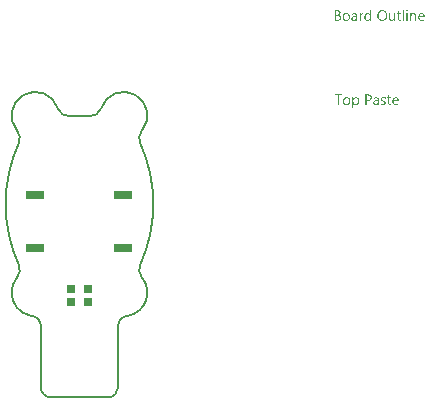
<source format=gtp>
G04*
G04 #@! TF.GenerationSoftware,Altium Limited,Altium Designer,21.9.2 (33)*
G04*
G04 Layer_Color=8421504*
%FSAX25Y25*%
%MOIN*%
G70*
G04*
G04 #@! TF.SameCoordinates,55729F2E-D9A4-4FFF-85C7-0234479D7BD1*
G04*
G04*
G04 #@! TF.FilePolarity,Positive*
G04*
G01*
G75*
%ADD11C,0.00787*%
%ADD14R,0.06299X0.02756*%
%ADD15R,0.03150X0.02559*%
G36*
X0109248Y0064744D02*
X0109273D01*
X0109329Y0064719D01*
X0109360Y0064701D01*
X0109391Y0064676D01*
X0109397Y0064670D01*
X0109403Y0064663D01*
X0109434Y0064626D01*
X0109459Y0064564D01*
X0109465Y0064527D01*
X0109471Y0064490D01*
Y0064484D01*
Y0064472D01*
X0109465Y0064453D01*
X0109459Y0064428D01*
X0109440Y0064366D01*
X0109416Y0064335D01*
X0109391Y0064304D01*
X0109385D01*
X0109378Y0064292D01*
X0109341Y0064267D01*
X0109286Y0064242D01*
X0109248Y0064236D01*
X0109211Y0064230D01*
X0109193D01*
X0109174Y0064236D01*
X0109149D01*
X0109088Y0064261D01*
X0109057Y0064273D01*
X0109026Y0064298D01*
Y0064304D01*
X0109013Y0064310D01*
X0109001Y0064329D01*
X0108988Y0064348D01*
X0108964Y0064410D01*
X0108958Y0064447D01*
X0108951Y0064490D01*
Y0064496D01*
Y0064509D01*
X0108958Y0064527D01*
X0108964Y0064558D01*
X0108982Y0064614D01*
X0109001Y0064645D01*
X0109026Y0064676D01*
X0109032Y0064682D01*
X0109038Y0064688D01*
X0109075Y0064713D01*
X0109137Y0064738D01*
X0109174Y0064750D01*
X0109230D01*
X0109248Y0064744D01*
D02*
G37*
G36*
X0097258Y0061079D02*
X0096856D01*
Y0061500D01*
X0096844D01*
Y0061494D01*
X0096831Y0061482D01*
X0096813Y0061457D01*
X0096794Y0061426D01*
X0096763Y0061389D01*
X0096726Y0061352D01*
X0096683Y0061308D01*
X0096633Y0061265D01*
X0096578Y0061216D01*
X0096509Y0061172D01*
X0096441Y0061135D01*
X0096361Y0061098D01*
X0096280Y0061067D01*
X0096188Y0061042D01*
X0096088Y0061030D01*
X0095983Y0061024D01*
X0095940D01*
X0095903Y0061030D01*
X0095866Y0061036D01*
X0095816Y0061042D01*
X0095711Y0061067D01*
X0095587Y0061104D01*
X0095463Y0061166D01*
X0095395Y0061203D01*
X0095340Y0061247D01*
X0095278Y0061302D01*
X0095222Y0061358D01*
Y0061364D01*
X0095209Y0061377D01*
X0095197Y0061395D01*
X0095179Y0061420D01*
X0095160Y0061451D01*
X0095135Y0061494D01*
X0095110Y0061544D01*
X0095086Y0061599D01*
X0095055Y0061661D01*
X0095030Y0061729D01*
X0095005Y0061804D01*
X0094987Y0061884D01*
X0094968Y0061971D01*
X0094956Y0062070D01*
X0094950Y0062169D01*
X0094943Y0062274D01*
Y0062280D01*
Y0062299D01*
Y0062336D01*
X0094950Y0062379D01*
X0094956Y0062429D01*
X0094962Y0062491D01*
X0094968Y0062559D01*
X0094981Y0062633D01*
X0095018Y0062794D01*
X0095073Y0062961D01*
X0095110Y0063042D01*
X0095154Y0063122D01*
X0095197Y0063196D01*
X0095253Y0063271D01*
X0095259Y0063277D01*
X0095265Y0063289D01*
X0095284Y0063308D01*
X0095309Y0063332D01*
X0095340Y0063357D01*
X0095383Y0063388D01*
X0095426Y0063425D01*
X0095476Y0063463D01*
X0095600Y0063531D01*
X0095742Y0063592D01*
X0095822Y0063611D01*
X0095909Y0063630D01*
X0095996Y0063642D01*
X0096095Y0063648D01*
X0096144D01*
X0096181Y0063642D01*
X0096219Y0063636D01*
X0096268Y0063630D01*
X0096379Y0063599D01*
X0096503Y0063549D01*
X0096565Y0063518D01*
X0096627Y0063475D01*
X0096689Y0063432D01*
X0096745Y0063376D01*
X0096794Y0063314D01*
X0096844Y0063240D01*
X0096856D01*
Y0064799D01*
X0097258D01*
Y0061079D01*
D02*
G37*
G36*
X0111526Y0063642D02*
X0111601Y0063636D01*
X0111694Y0063617D01*
X0111793Y0063586D01*
X0111898Y0063537D01*
X0112003Y0063469D01*
X0112046Y0063432D01*
X0112090Y0063382D01*
X0112102Y0063370D01*
X0112127Y0063332D01*
X0112158Y0063271D01*
X0112201Y0063184D01*
X0112238Y0063079D01*
X0112275Y0062949D01*
X0112300Y0062794D01*
X0112306Y0062615D01*
Y0061079D01*
X0111904D01*
Y0062509D01*
Y0062515D01*
Y0062546D01*
X0111898Y0062584D01*
Y0062633D01*
X0111885Y0062695D01*
X0111873Y0062763D01*
X0111854Y0062837D01*
X0111830Y0062912D01*
X0111799Y0062986D01*
X0111762Y0063054D01*
X0111712Y0063122D01*
X0111656Y0063184D01*
X0111594Y0063234D01*
X0111514Y0063271D01*
X0111427Y0063302D01*
X0111322Y0063308D01*
X0111310D01*
X0111273Y0063302D01*
X0111217Y0063295D01*
X0111149Y0063277D01*
X0111068Y0063252D01*
X0110982Y0063209D01*
X0110901Y0063153D01*
X0110821Y0063079D01*
X0110814Y0063066D01*
X0110790Y0063042D01*
X0110759Y0062992D01*
X0110722Y0062924D01*
X0110685Y0062844D01*
X0110654Y0062744D01*
X0110629Y0062633D01*
X0110623Y0062509D01*
Y0061079D01*
X0110220D01*
Y0063592D01*
X0110623D01*
Y0063172D01*
X0110635D01*
X0110641Y0063178D01*
X0110647Y0063190D01*
X0110666Y0063215D01*
X0110691Y0063246D01*
X0110715Y0063283D01*
X0110753Y0063320D01*
X0110796Y0063363D01*
X0110845Y0063413D01*
X0110901Y0063456D01*
X0110963Y0063500D01*
X0111031Y0063537D01*
X0111106Y0063574D01*
X0111180Y0063605D01*
X0111266Y0063630D01*
X0111359Y0063642D01*
X0111458Y0063648D01*
X0111495D01*
X0111526Y0063642D01*
D02*
G37*
G36*
X0094529Y0063630D02*
X0094603Y0063623D01*
X0094646Y0063611D01*
X0094677Y0063599D01*
Y0063184D01*
X0094671Y0063190D01*
X0094659Y0063196D01*
X0094634Y0063209D01*
X0094603Y0063227D01*
X0094560Y0063240D01*
X0094504Y0063252D01*
X0094442Y0063258D01*
X0094374Y0063264D01*
X0094362D01*
X0094331Y0063258D01*
X0094281Y0063252D01*
X0094225Y0063234D01*
X0094151Y0063203D01*
X0094083Y0063159D01*
X0094009Y0063097D01*
X0093941Y0063017D01*
X0093934Y0063004D01*
X0093916Y0062973D01*
X0093885Y0062918D01*
X0093854Y0062844D01*
X0093823Y0062751D01*
X0093792Y0062633D01*
X0093774Y0062503D01*
X0093767Y0062354D01*
Y0061079D01*
X0093365D01*
Y0063592D01*
X0093767D01*
Y0063073D01*
X0093780D01*
Y0063079D01*
X0093786Y0063085D01*
X0093798Y0063116D01*
X0093817Y0063165D01*
X0093848Y0063227D01*
X0093879Y0063289D01*
X0093928Y0063357D01*
X0093978Y0063425D01*
X0094040Y0063487D01*
X0094046Y0063493D01*
X0094071Y0063512D01*
X0094108Y0063537D01*
X0094157Y0063561D01*
X0094213Y0063586D01*
X0094281Y0063611D01*
X0094355Y0063630D01*
X0094436Y0063636D01*
X0094491D01*
X0094529Y0063630D01*
D02*
G37*
G36*
X0105268Y0061079D02*
X0104866D01*
Y0061475D01*
X0104854D01*
Y0061469D01*
X0104841Y0061457D01*
X0104829Y0061432D01*
X0104804Y0061407D01*
X0104748Y0061333D01*
X0104662Y0061253D01*
X0104612Y0061209D01*
X0104556Y0061166D01*
X0104495Y0061129D01*
X0104420Y0061092D01*
X0104346Y0061067D01*
X0104265Y0061042D01*
X0104173Y0061030D01*
X0104080Y0061024D01*
X0104043D01*
X0103999Y0061030D01*
X0103937Y0061042D01*
X0103869Y0061055D01*
X0103795Y0061079D01*
X0103715Y0061110D01*
X0103634Y0061160D01*
X0103548Y0061216D01*
X0103467Y0061284D01*
X0103393Y0061370D01*
X0103325Y0061475D01*
X0103263Y0061593D01*
X0103219Y0061735D01*
X0103195Y0061903D01*
X0103182Y0061989D01*
Y0062088D01*
Y0063592D01*
X0103578D01*
Y0062150D01*
Y0062144D01*
Y0062119D01*
X0103585Y0062076D01*
X0103591Y0062026D01*
X0103597Y0061964D01*
X0103609Y0061903D01*
X0103628Y0061828D01*
X0103653Y0061754D01*
X0103690Y0061680D01*
X0103727Y0061612D01*
X0103777Y0061544D01*
X0103838Y0061482D01*
X0103907Y0061432D01*
X0103987Y0061395D01*
X0104086Y0061364D01*
X0104191Y0061358D01*
X0104204D01*
X0104241Y0061364D01*
X0104297Y0061370D01*
X0104358Y0061383D01*
X0104439Y0061414D01*
X0104519Y0061451D01*
X0104600Y0061500D01*
X0104674Y0061575D01*
X0104680Y0061587D01*
X0104705Y0061612D01*
X0104736Y0061661D01*
X0104773Y0061729D01*
X0104804Y0061810D01*
X0104835Y0061909D01*
X0104860Y0062020D01*
X0104866Y0062144D01*
Y0063592D01*
X0105268D01*
Y0061079D01*
D02*
G37*
G36*
X0109403D02*
X0109001D01*
Y0063592D01*
X0109403D01*
Y0061079D01*
D02*
G37*
G36*
X0108184D02*
X0107781D01*
Y0064799D01*
X0108184D01*
Y0061079D01*
D02*
G37*
G36*
X0091805Y0063642D02*
X0091861Y0063636D01*
X0091929Y0063617D01*
X0092003Y0063599D01*
X0092084Y0063568D01*
X0092170Y0063531D01*
X0092251Y0063481D01*
X0092331Y0063419D01*
X0092405Y0063345D01*
X0092474Y0063252D01*
X0092529Y0063147D01*
X0092573Y0063023D01*
X0092597Y0062881D01*
X0092610Y0062713D01*
Y0061079D01*
X0092207D01*
Y0061469D01*
X0092195D01*
Y0061463D01*
X0092183Y0061451D01*
X0092170Y0061426D01*
X0092146Y0061401D01*
X0092084Y0061327D01*
X0092003Y0061247D01*
X0091892Y0061166D01*
X0091762Y0061092D01*
X0091681Y0061067D01*
X0091601Y0061042D01*
X0091514Y0061030D01*
X0091421Y0061024D01*
X0091384D01*
X0091359Y0061030D01*
X0091291Y0061036D01*
X0091211Y0061048D01*
X0091112Y0061073D01*
X0091019Y0061104D01*
X0090920Y0061154D01*
X0090833Y0061216D01*
X0090827Y0061228D01*
X0090802Y0061253D01*
X0090765Y0061296D01*
X0090728Y0061358D01*
X0090691Y0061432D01*
X0090654Y0061519D01*
X0090629Y0061624D01*
X0090623Y0061742D01*
Y0061748D01*
Y0061773D01*
X0090629Y0061810D01*
X0090635Y0061853D01*
X0090648Y0061909D01*
X0090666Y0061971D01*
X0090691Y0062039D01*
X0090728Y0062107D01*
X0090771Y0062181D01*
X0090827Y0062255D01*
X0090895Y0062323D01*
X0090976Y0062385D01*
X0091068Y0062447D01*
X0091180Y0062497D01*
X0091304Y0062534D01*
X0091452Y0062565D01*
X0092207Y0062670D01*
Y0062676D01*
Y0062695D01*
X0092201Y0062732D01*
Y0062769D01*
X0092189Y0062819D01*
X0092183Y0062875D01*
X0092146Y0062992D01*
X0092115Y0063048D01*
X0092084Y0063103D01*
X0092040Y0063159D01*
X0091991Y0063209D01*
X0091929Y0063252D01*
X0091861Y0063283D01*
X0091780Y0063302D01*
X0091687Y0063308D01*
X0091644D01*
X0091613Y0063302D01*
X0091570D01*
X0091527Y0063289D01*
X0091415Y0063271D01*
X0091291Y0063234D01*
X0091155Y0063178D01*
X0091081Y0063141D01*
X0091013Y0063103D01*
X0090938Y0063054D01*
X0090870Y0062998D01*
Y0063413D01*
X0090877D01*
X0090889Y0063425D01*
X0090908Y0063438D01*
X0090938Y0063450D01*
X0090969Y0063469D01*
X0091013Y0063487D01*
X0091062Y0063506D01*
X0091118Y0063531D01*
X0091242Y0063574D01*
X0091390Y0063611D01*
X0091551Y0063636D01*
X0091725Y0063648D01*
X0091762D01*
X0091805Y0063642D01*
D02*
G37*
G36*
X0086116Y0064589D02*
X0086160D01*
X0086203Y0064583D01*
X0086302Y0064570D01*
X0086420Y0064540D01*
X0086544Y0064502D01*
X0086661Y0064447D01*
X0086766Y0064372D01*
X0086773D01*
X0086779Y0064360D01*
X0086810Y0064335D01*
X0086853Y0064286D01*
X0086903Y0064218D01*
X0086946Y0064131D01*
X0086989Y0064032D01*
X0087020Y0063921D01*
X0087033Y0063859D01*
Y0063791D01*
Y0063784D01*
Y0063778D01*
Y0063741D01*
X0087026Y0063685D01*
X0087014Y0063617D01*
X0086995Y0063531D01*
X0086964Y0063444D01*
X0086927Y0063357D01*
X0086872Y0063271D01*
X0086865Y0063258D01*
X0086841Y0063234D01*
X0086804Y0063196D01*
X0086754Y0063147D01*
X0086692Y0063097D01*
X0086618Y0063042D01*
X0086525Y0062998D01*
X0086426Y0062955D01*
Y0062949D01*
X0086444D01*
X0086463Y0062942D01*
X0086482Y0062936D01*
X0086550Y0062924D01*
X0086630Y0062899D01*
X0086717Y0062862D01*
X0086810Y0062819D01*
X0086903Y0062757D01*
X0086989Y0062676D01*
X0087002Y0062664D01*
X0087026Y0062633D01*
X0087057Y0062590D01*
X0087101Y0062522D01*
X0087138Y0062435D01*
X0087175Y0062336D01*
X0087200Y0062218D01*
X0087206Y0062088D01*
Y0062082D01*
Y0062070D01*
Y0062045D01*
X0087200Y0062014D01*
X0087194Y0061977D01*
X0087187Y0061934D01*
X0087163Y0061828D01*
X0087125Y0061711D01*
X0087070Y0061587D01*
X0087033Y0061531D01*
X0086989Y0061469D01*
X0086933Y0061414D01*
X0086878Y0061358D01*
X0086872D01*
X0086865Y0061345D01*
X0086847Y0061333D01*
X0086822Y0061315D01*
X0086791Y0061296D01*
X0086748Y0061271D01*
X0086655Y0061222D01*
X0086537Y0061166D01*
X0086401Y0061123D01*
X0086240Y0061092D01*
X0086160Y0061085D01*
X0086067Y0061079D01*
X0085039D01*
Y0064595D01*
X0086085D01*
X0086116Y0064589D01*
D02*
G37*
G36*
X0106612Y0063592D02*
X0107249D01*
Y0063246D01*
X0106612D01*
Y0061828D01*
Y0061816D01*
Y0061785D01*
X0106618Y0061742D01*
X0106624Y0061686D01*
X0106649Y0061568D01*
X0106667Y0061513D01*
X0106698Y0061469D01*
X0106704Y0061463D01*
X0106717Y0061451D01*
X0106735Y0061438D01*
X0106766Y0061420D01*
X0106803Y0061395D01*
X0106853Y0061383D01*
X0106915Y0061370D01*
X0106983Y0061364D01*
X0107008D01*
X0107039Y0061370D01*
X0107076Y0061377D01*
X0107162Y0061401D01*
X0107206Y0061420D01*
X0107249Y0061445D01*
Y0061098D01*
X0107243D01*
X0107224Y0061085D01*
X0107193Y0061079D01*
X0107150Y0061067D01*
X0107094Y0061055D01*
X0107032Y0061042D01*
X0106958Y0061036D01*
X0106871Y0061030D01*
X0106841D01*
X0106810Y0061036D01*
X0106766Y0061042D01*
X0106717Y0061055D01*
X0106661Y0061067D01*
X0106605Y0061092D01*
X0106543Y0061123D01*
X0106482Y0061160D01*
X0106420Y0061209D01*
X0106364Y0061265D01*
X0106314Y0061339D01*
X0106271Y0061420D01*
X0106240Y0061519D01*
X0106215Y0061630D01*
X0106209Y0061760D01*
Y0063246D01*
X0105782D01*
Y0063592D01*
X0106209D01*
Y0064205D01*
X0106612Y0064335D01*
Y0063592D01*
D02*
G37*
G36*
X0114139Y0063642D02*
X0114182Y0063636D01*
X0114225Y0063630D01*
X0114337Y0063611D01*
X0114460Y0063568D01*
X0114584Y0063512D01*
X0114646Y0063475D01*
X0114708Y0063432D01*
X0114764Y0063382D01*
X0114820Y0063326D01*
X0114826Y0063320D01*
X0114832Y0063314D01*
X0114844Y0063295D01*
X0114863Y0063271D01*
X0114881Y0063234D01*
X0114906Y0063196D01*
X0114931Y0063153D01*
X0114956Y0063097D01*
X0114980Y0063035D01*
X0115005Y0062973D01*
X0115030Y0062899D01*
X0115049Y0062819D01*
X0115067Y0062732D01*
X0115079Y0062645D01*
X0115092Y0062546D01*
Y0062441D01*
Y0062231D01*
X0113315D01*
Y0062225D01*
Y0062212D01*
Y0062194D01*
X0113321Y0062163D01*
X0113328Y0062125D01*
Y0062088D01*
X0113346Y0061989D01*
X0113377Y0061890D01*
X0113414Y0061779D01*
X0113470Y0061674D01*
X0113538Y0061581D01*
X0113550Y0061568D01*
X0113575Y0061544D01*
X0113625Y0061513D01*
X0113693Y0061469D01*
X0113779Y0061426D01*
X0113879Y0061395D01*
X0113996Y0061370D01*
X0114132Y0061358D01*
X0114176D01*
X0114207Y0061364D01*
X0114244D01*
X0114287Y0061370D01*
X0114392Y0061395D01*
X0114510Y0061426D01*
X0114640Y0061475D01*
X0114776Y0061544D01*
X0114844Y0061587D01*
X0114912Y0061637D01*
Y0061259D01*
X0114906D01*
X0114900Y0061247D01*
X0114881Y0061240D01*
X0114850Y0061222D01*
X0114820Y0061203D01*
X0114782Y0061185D01*
X0114733Y0061166D01*
X0114683Y0061141D01*
X0114621Y0061116D01*
X0114553Y0061098D01*
X0114405Y0061061D01*
X0114231Y0061036D01*
X0114040Y0061024D01*
X0113990D01*
X0113953Y0061030D01*
X0113909Y0061036D01*
X0113854Y0061042D01*
X0113736Y0061067D01*
X0113600Y0061104D01*
X0113464Y0061166D01*
X0113396Y0061209D01*
X0113328Y0061253D01*
X0113266Y0061302D01*
X0113204Y0061364D01*
X0113198Y0061370D01*
X0113191Y0061383D01*
X0113179Y0061401D01*
X0113154Y0061426D01*
X0113136Y0061463D01*
X0113111Y0061506D01*
X0113080Y0061556D01*
X0113055Y0061612D01*
X0113024Y0061674D01*
X0113000Y0061748D01*
X0112969Y0061828D01*
X0112950Y0061915D01*
X0112932Y0062008D01*
X0112913Y0062107D01*
X0112907Y0062212D01*
X0112901Y0062323D01*
Y0062330D01*
Y0062348D01*
Y0062379D01*
X0112907Y0062423D01*
X0112913Y0062472D01*
X0112919Y0062528D01*
X0112925Y0062596D01*
X0112944Y0062664D01*
X0112981Y0062813D01*
X0113037Y0062973D01*
X0113074Y0063054D01*
X0113123Y0063128D01*
X0113173Y0063209D01*
X0113229Y0063277D01*
X0113235Y0063283D01*
X0113247Y0063295D01*
X0113266Y0063314D01*
X0113291Y0063332D01*
X0113321Y0063363D01*
X0113359Y0063394D01*
X0113408Y0063425D01*
X0113458Y0063463D01*
X0113575Y0063531D01*
X0113718Y0063592D01*
X0113798Y0063611D01*
X0113879Y0063630D01*
X0113965Y0063642D01*
X0114058Y0063648D01*
X0114108D01*
X0114139Y0063642D01*
D02*
G37*
G36*
X0101096Y0064651D02*
X0101158Y0064645D01*
X0101232Y0064632D01*
X0101313Y0064614D01*
X0101400Y0064595D01*
X0101486Y0064570D01*
X0101585Y0064540D01*
X0101678Y0064496D01*
X0101777Y0064447D01*
X0101876Y0064391D01*
X0101969Y0064323D01*
X0102062Y0064249D01*
X0102148Y0064162D01*
X0102155Y0064156D01*
X0102167Y0064137D01*
X0102192Y0064113D01*
X0102217Y0064075D01*
X0102254Y0064026D01*
X0102291Y0063964D01*
X0102328Y0063896D01*
X0102371Y0063822D01*
X0102415Y0063729D01*
X0102452Y0063636D01*
X0102489Y0063531D01*
X0102526Y0063413D01*
X0102551Y0063295D01*
X0102576Y0063165D01*
X0102588Y0063023D01*
X0102594Y0062881D01*
Y0062868D01*
Y0062844D01*
Y0062800D01*
X0102588Y0062738D01*
X0102582Y0062664D01*
X0102569Y0062584D01*
X0102557Y0062491D01*
X0102539Y0062385D01*
X0102514Y0062280D01*
X0102483Y0062169D01*
X0102446Y0062057D01*
X0102402Y0061946D01*
X0102347Y0061828D01*
X0102285Y0061723D01*
X0102217Y0061618D01*
X0102136Y0061519D01*
X0102130Y0061513D01*
X0102118Y0061500D01*
X0102087Y0061475D01*
X0102056Y0061445D01*
X0102006Y0061401D01*
X0101951Y0061364D01*
X0101889Y0061315D01*
X0101814Y0061271D01*
X0101734Y0061228D01*
X0101641Y0061178D01*
X0101542Y0061141D01*
X0101430Y0061104D01*
X0101313Y0061067D01*
X0101189Y0061042D01*
X0101059Y0061030D01*
X0100917Y0061024D01*
X0100886D01*
X0100842Y0061030D01*
X0100793D01*
X0100731Y0061036D01*
X0100657Y0061048D01*
X0100576Y0061067D01*
X0100483Y0061085D01*
X0100391Y0061110D01*
X0100292Y0061141D01*
X0100192Y0061185D01*
X0100093Y0061228D01*
X0099994Y0061284D01*
X0099895Y0061352D01*
X0099803Y0061426D01*
X0099716Y0061513D01*
X0099710Y0061519D01*
X0099697Y0061537D01*
X0099673Y0061562D01*
X0099648Y0061599D01*
X0099611Y0061649D01*
X0099573Y0061711D01*
X0099536Y0061779D01*
X0099493Y0061859D01*
X0099450Y0061946D01*
X0099413Y0062039D01*
X0099375Y0062144D01*
X0099338Y0062262D01*
X0099313Y0062379D01*
X0099289Y0062509D01*
X0099276Y0062652D01*
X0099270Y0062794D01*
Y0062806D01*
Y0062831D01*
X0099276Y0062875D01*
Y0062936D01*
X0099283Y0063004D01*
X0099295Y0063091D01*
X0099307Y0063184D01*
X0099326Y0063283D01*
X0099351Y0063388D01*
X0099382Y0063500D01*
X0099419Y0063611D01*
X0099462Y0063722D01*
X0099518Y0063834D01*
X0099580Y0063945D01*
X0099648Y0064051D01*
X0099728Y0064150D01*
X0099734Y0064156D01*
X0099747Y0064174D01*
X0099778Y0064199D01*
X0099815Y0064230D01*
X0099858Y0064267D01*
X0099914Y0064310D01*
X0099982Y0064354D01*
X0100056Y0064403D01*
X0100143Y0064453D01*
X0100236Y0064496D01*
X0100335Y0064540D01*
X0100446Y0064577D01*
X0100570Y0064608D01*
X0100700Y0064639D01*
X0100836Y0064651D01*
X0100979Y0064657D01*
X0101047D01*
X0101096Y0064651D01*
D02*
G37*
G36*
X0089069Y0063642D02*
X0089112Y0063636D01*
X0089168Y0063630D01*
X0089292Y0063605D01*
X0089434Y0063561D01*
X0089577Y0063500D01*
X0089651Y0063463D01*
X0089719Y0063419D01*
X0089787Y0063363D01*
X0089849Y0063302D01*
X0089855Y0063295D01*
X0089861Y0063283D01*
X0089880Y0063264D01*
X0089899Y0063240D01*
X0089923Y0063203D01*
X0089948Y0063159D01*
X0089979Y0063110D01*
X0090010Y0063054D01*
X0090035Y0062986D01*
X0090066Y0062918D01*
X0090090Y0062837D01*
X0090115Y0062751D01*
X0090134Y0062658D01*
X0090152Y0062559D01*
X0090158Y0062454D01*
X0090165Y0062342D01*
Y0062336D01*
Y0062317D01*
Y0062286D01*
X0090158Y0062243D01*
X0090152Y0062194D01*
X0090146Y0062132D01*
X0090134Y0062070D01*
X0090121Y0061996D01*
X0090084Y0061847D01*
X0090022Y0061686D01*
X0089985Y0061606D01*
X0089936Y0061525D01*
X0089886Y0061451D01*
X0089824Y0061383D01*
X0089818Y0061377D01*
X0089806Y0061370D01*
X0089787Y0061352D01*
X0089762Y0061327D01*
X0089725Y0061302D01*
X0089688Y0061271D01*
X0089639Y0061234D01*
X0089583Y0061203D01*
X0089521Y0061172D01*
X0089453Y0061135D01*
X0089379Y0061104D01*
X0089298Y0061079D01*
X0089211Y0061055D01*
X0089119Y0061042D01*
X0089020Y0061030D01*
X0088914Y0061024D01*
X0088859D01*
X0088822Y0061030D01*
X0088778Y0061036D01*
X0088722Y0061042D01*
X0088661Y0061055D01*
X0088592Y0061067D01*
X0088450Y0061110D01*
X0088301Y0061172D01*
X0088227Y0061209D01*
X0088159Y0061259D01*
X0088091Y0061308D01*
X0088023Y0061370D01*
X0088017Y0061377D01*
X0088011Y0061389D01*
X0087992Y0061407D01*
X0087973Y0061432D01*
X0087949Y0061469D01*
X0087918Y0061513D01*
X0087887Y0061562D01*
X0087862Y0061618D01*
X0087831Y0061686D01*
X0087800Y0061754D01*
X0087769Y0061828D01*
X0087744Y0061915D01*
X0087707Y0062101D01*
X0087701Y0062200D01*
X0087695Y0062305D01*
Y0062311D01*
Y0062336D01*
Y0062367D01*
X0087701Y0062410D01*
X0087707Y0062460D01*
X0087713Y0062522D01*
X0087726Y0062590D01*
X0087738Y0062664D01*
X0087775Y0062825D01*
X0087837Y0062986D01*
X0087881Y0063066D01*
X0087924Y0063147D01*
X0087973Y0063221D01*
X0088035Y0063289D01*
X0088042Y0063295D01*
X0088054Y0063308D01*
X0088073Y0063320D01*
X0088097Y0063345D01*
X0088134Y0063370D01*
X0088178Y0063401D01*
X0088227Y0063438D01*
X0088283Y0063469D01*
X0088345Y0063500D01*
X0088419Y0063537D01*
X0088493Y0063568D01*
X0088580Y0063592D01*
X0088667Y0063617D01*
X0088766Y0063636D01*
X0088871Y0063642D01*
X0088976Y0063648D01*
X0089032D01*
X0089069Y0063642D01*
D02*
G37*
G36*
X0092282Y0035604D02*
X0092325Y0035598D01*
X0092368Y0035591D01*
X0092480Y0035567D01*
X0092603Y0035530D01*
X0092727Y0035468D01*
X0092789Y0035430D01*
X0092851Y0035381D01*
X0092907Y0035331D01*
X0092963Y0035269D01*
X0092969Y0035263D01*
X0092975Y0035257D01*
X0092987Y0035232D01*
X0093006Y0035208D01*
X0093024Y0035177D01*
X0093049Y0035133D01*
X0093074Y0035084D01*
X0093099Y0035034D01*
X0093124Y0034972D01*
X0093148Y0034904D01*
X0093173Y0034830D01*
X0093192Y0034750D01*
X0093223Y0034570D01*
X0093235Y0034471D01*
Y0034366D01*
Y0034360D01*
Y0034341D01*
Y0034304D01*
X0093229Y0034261D01*
Y0034211D01*
X0093216Y0034149D01*
X0093210Y0034081D01*
X0093198Y0034007D01*
X0093161Y0033846D01*
X0093105Y0033679D01*
X0093068Y0033598D01*
X0093031Y0033518D01*
X0092981Y0033437D01*
X0092925Y0033363D01*
X0092919Y0033357D01*
X0092913Y0033344D01*
X0092895Y0033326D01*
X0092870Y0033307D01*
X0092839Y0033276D01*
X0092802Y0033245D01*
X0092758Y0033208D01*
X0092709Y0033177D01*
X0092653Y0033140D01*
X0092591Y0033103D01*
X0092443Y0033047D01*
X0092362Y0033023D01*
X0092282Y0033004D01*
X0092189Y0032992D01*
X0092090Y0032985D01*
X0092040D01*
X0092009Y0032992D01*
X0091966Y0032998D01*
X0091923Y0033010D01*
X0091811Y0033035D01*
X0091694Y0033084D01*
X0091625Y0033122D01*
X0091564Y0033159D01*
X0091502Y0033208D01*
X0091446Y0033264D01*
X0091384Y0033326D01*
X0091335Y0033400D01*
X0091322D01*
Y0031890D01*
X0090920D01*
Y0035554D01*
X0091322D01*
Y0035109D01*
X0091335D01*
X0091341Y0035115D01*
X0091347Y0035133D01*
X0091365Y0035158D01*
X0091390Y0035189D01*
X0091421Y0035226D01*
X0091458Y0035269D01*
X0091502Y0035313D01*
X0091557Y0035362D01*
X0091613Y0035406D01*
X0091675Y0035449D01*
X0091749Y0035492D01*
X0091824Y0035530D01*
X0091910Y0035567D01*
X0092003Y0035591D01*
X0092096Y0035604D01*
X0092201Y0035610D01*
X0092251D01*
X0092282Y0035604D01*
D02*
G37*
G36*
X0101554D02*
X0101635Y0035598D01*
X0101721Y0035585D01*
X0101821Y0035560D01*
X0101919Y0035536D01*
X0102018Y0035499D01*
Y0035090D01*
X0102006Y0035096D01*
X0101969Y0035121D01*
X0101913Y0035146D01*
X0101839Y0035183D01*
X0101746Y0035214D01*
X0101635Y0035245D01*
X0101511Y0035263D01*
X0101381Y0035269D01*
X0101313D01*
X0101251Y0035257D01*
X0101177Y0035245D01*
X0101171D01*
X0101164Y0035239D01*
X0101127Y0035226D01*
X0101078Y0035201D01*
X0101022Y0035171D01*
X0101010Y0035164D01*
X0100985Y0035140D01*
X0100954Y0035102D01*
X0100923Y0035059D01*
X0100917Y0035047D01*
X0100904Y0035016D01*
X0100892Y0034972D01*
X0100886Y0034917D01*
Y0034911D01*
Y0034898D01*
Y0034880D01*
X0100892Y0034861D01*
X0100904Y0034805D01*
X0100923Y0034750D01*
X0100929Y0034737D01*
X0100948Y0034712D01*
X0100985Y0034675D01*
X0101028Y0034632D01*
X0101034D01*
X0101040Y0034626D01*
X0101078Y0034601D01*
X0101127Y0034570D01*
X0101195Y0034539D01*
X0101201D01*
X0101214Y0034533D01*
X0101232Y0034527D01*
X0101263Y0034514D01*
X0101331Y0034490D01*
X0101418Y0034452D01*
X0101424D01*
X0101449Y0034440D01*
X0101480Y0034428D01*
X0101517Y0034415D01*
X0101616Y0034372D01*
X0101715Y0034322D01*
X0101721D01*
X0101740Y0034310D01*
X0101765Y0034298D01*
X0101796Y0034279D01*
X0101870Y0034230D01*
X0101944Y0034168D01*
X0101951Y0034161D01*
X0101963Y0034155D01*
X0101975Y0034137D01*
X0102000Y0034112D01*
X0102043Y0034050D01*
X0102087Y0033970D01*
Y0033963D01*
X0102093Y0033951D01*
X0102105Y0033926D01*
X0102111Y0033895D01*
X0102124Y0033858D01*
X0102130Y0033815D01*
X0102136Y0033710D01*
Y0033703D01*
Y0033679D01*
X0102130Y0033642D01*
X0102124Y0033598D01*
X0102118Y0033549D01*
X0102099Y0033493D01*
X0102080Y0033443D01*
X0102050Y0033388D01*
X0102043Y0033382D01*
X0102037Y0033363D01*
X0102018Y0033338D01*
X0101994Y0033307D01*
X0101963Y0033270D01*
X0101926Y0033233D01*
X0101833Y0033159D01*
X0101827Y0033152D01*
X0101808Y0033146D01*
X0101783Y0033128D01*
X0101740Y0033109D01*
X0101697Y0033084D01*
X0101641Y0033066D01*
X0101585Y0033047D01*
X0101517Y0033029D01*
X0101511D01*
X0101486Y0033023D01*
X0101449Y0033016D01*
X0101406Y0033010D01*
X0101344Y0032998D01*
X0101282Y0032992D01*
X0101140Y0032985D01*
X0101078D01*
X0101003Y0032992D01*
X0100910Y0033004D01*
X0100805Y0033023D01*
X0100694Y0033047D01*
X0100583Y0033078D01*
X0100471Y0033128D01*
Y0033561D01*
X0100477D01*
X0100483Y0033549D01*
X0100502Y0033536D01*
X0100527Y0033524D01*
X0100595Y0033487D01*
X0100688Y0033443D01*
X0100793Y0033394D01*
X0100917Y0033357D01*
X0101053Y0033332D01*
X0101195Y0033320D01*
X0101245D01*
X0101276Y0033326D01*
X0101362Y0033338D01*
X0101461Y0033363D01*
X0101554Y0033406D01*
X0101598Y0033437D01*
X0101641Y0033468D01*
X0101672Y0033512D01*
X0101697Y0033555D01*
X0101715Y0033611D01*
X0101721Y0033672D01*
Y0033679D01*
Y0033691D01*
Y0033710D01*
X0101715Y0033728D01*
X0101703Y0033784D01*
X0101678Y0033840D01*
Y0033846D01*
X0101672Y0033852D01*
X0101647Y0033883D01*
X0101610Y0033926D01*
X0101554Y0033963D01*
X0101548D01*
X0101542Y0033976D01*
X0101505Y0033994D01*
X0101449Y0034032D01*
X0101375Y0034062D01*
X0101369D01*
X0101356Y0034069D01*
X0101338Y0034081D01*
X0101307Y0034093D01*
X0101239Y0034118D01*
X0101152Y0034155D01*
X0101146D01*
X0101121Y0034168D01*
X0101090Y0034180D01*
X0101053Y0034192D01*
X0100954Y0034236D01*
X0100855Y0034285D01*
X0100849Y0034291D01*
X0100836Y0034298D01*
X0100812Y0034310D01*
X0100780Y0034329D01*
X0100713Y0034378D01*
X0100644Y0034434D01*
X0100638Y0034440D01*
X0100632Y0034446D01*
X0100613Y0034465D01*
X0100595Y0034490D01*
X0100551Y0034552D01*
X0100514Y0034626D01*
Y0034632D01*
X0100508Y0034644D01*
X0100502Y0034669D01*
X0100496Y0034700D01*
X0100490Y0034737D01*
X0100483Y0034780D01*
X0100477Y0034886D01*
Y0034892D01*
Y0034917D01*
X0100483Y0034948D01*
X0100490Y0034991D01*
X0100496Y0035041D01*
X0100514Y0035090D01*
X0100533Y0035146D01*
X0100558Y0035195D01*
X0100564Y0035201D01*
X0100570Y0035220D01*
X0100589Y0035245D01*
X0100613Y0035276D01*
X0100681Y0035350D01*
X0100768Y0035424D01*
X0100774Y0035430D01*
X0100793Y0035437D01*
X0100818Y0035455D01*
X0100861Y0035474D01*
X0100904Y0035499D01*
X0100954Y0035523D01*
X0101078Y0035560D01*
X0101084D01*
X0101109Y0035567D01*
X0101140Y0035579D01*
X0101189Y0035585D01*
X0101239Y0035598D01*
X0101301Y0035604D01*
X0101437Y0035610D01*
X0101492D01*
X0101554Y0035604D01*
D02*
G37*
G36*
X0099060D02*
X0099115Y0035598D01*
X0099183Y0035579D01*
X0099258Y0035560D01*
X0099338Y0035530D01*
X0099425Y0035492D01*
X0099505Y0035443D01*
X0099586Y0035381D01*
X0099660Y0035307D01*
X0099728Y0035214D01*
X0099784Y0035109D01*
X0099827Y0034985D01*
X0099852Y0034842D01*
X0099864Y0034675D01*
Y0033041D01*
X0099462D01*
Y0033431D01*
X0099450D01*
Y0033425D01*
X0099437Y0033413D01*
X0099425Y0033388D01*
X0099400Y0033363D01*
X0099338Y0033289D01*
X0099258Y0033208D01*
X0099146Y0033128D01*
X0099016Y0033053D01*
X0098936Y0033029D01*
X0098855Y0033004D01*
X0098769Y0032992D01*
X0098676Y0032985D01*
X0098639D01*
X0098614Y0032992D01*
X0098546Y0032998D01*
X0098466Y0033010D01*
X0098366Y0033035D01*
X0098274Y0033066D01*
X0098175Y0033115D01*
X0098088Y0033177D01*
X0098082Y0033190D01*
X0098057Y0033214D01*
X0098020Y0033258D01*
X0097983Y0033320D01*
X0097945Y0033394D01*
X0097908Y0033481D01*
X0097884Y0033586D01*
X0097877Y0033703D01*
Y0033710D01*
Y0033734D01*
X0097884Y0033771D01*
X0097890Y0033815D01*
X0097902Y0033871D01*
X0097921Y0033933D01*
X0097945Y0034001D01*
X0097983Y0034069D01*
X0098026Y0034143D01*
X0098082Y0034217D01*
X0098150Y0034285D01*
X0098230Y0034347D01*
X0098323Y0034409D01*
X0098435Y0034459D01*
X0098558Y0034496D01*
X0098707Y0034527D01*
X0099462Y0034632D01*
Y0034638D01*
Y0034657D01*
X0099456Y0034694D01*
Y0034731D01*
X0099444Y0034780D01*
X0099437Y0034836D01*
X0099400Y0034954D01*
X0099369Y0035010D01*
X0099338Y0035065D01*
X0099295Y0035121D01*
X0099245Y0035171D01*
X0099183Y0035214D01*
X0099115Y0035245D01*
X0099035Y0035263D01*
X0098942Y0035269D01*
X0098899D01*
X0098868Y0035263D01*
X0098825D01*
X0098781Y0035251D01*
X0098670Y0035232D01*
X0098546Y0035195D01*
X0098410Y0035140D01*
X0098335Y0035102D01*
X0098267Y0035065D01*
X0098193Y0035016D01*
X0098125Y0034960D01*
Y0035375D01*
X0098131D01*
X0098144Y0035387D01*
X0098162Y0035399D01*
X0098193Y0035412D01*
X0098224Y0035430D01*
X0098267Y0035449D01*
X0098317Y0035468D01*
X0098373Y0035492D01*
X0098496Y0035536D01*
X0098645Y0035573D01*
X0098806Y0035598D01*
X0098979Y0035610D01*
X0099016D01*
X0099060Y0035604D01*
D02*
G37*
G36*
X0096361Y0036551D02*
X0096410D01*
X0096460Y0036545D01*
X0096590Y0036520D01*
X0096726Y0036489D01*
X0096875Y0036439D01*
X0097017Y0036371D01*
X0097079Y0036328D01*
X0097141Y0036279D01*
X0097147D01*
X0097153Y0036266D01*
X0097172Y0036248D01*
X0097190Y0036229D01*
X0097240Y0036167D01*
X0097302Y0036080D01*
X0097357Y0035969D01*
X0097407Y0035839D01*
X0097444Y0035684D01*
X0097450Y0035598D01*
X0097457Y0035505D01*
Y0035499D01*
Y0035480D01*
Y0035455D01*
X0097450Y0035424D01*
X0097444Y0035381D01*
X0097438Y0035331D01*
X0097413Y0035214D01*
X0097370Y0035084D01*
X0097308Y0034948D01*
X0097271Y0034880D01*
X0097228Y0034811D01*
X0097172Y0034743D01*
X0097110Y0034681D01*
X0097104Y0034675D01*
X0097091Y0034669D01*
X0097073Y0034650D01*
X0097048Y0034632D01*
X0097011Y0034607D01*
X0096968Y0034582D01*
X0096918Y0034552D01*
X0096862Y0034527D01*
X0096800Y0034496D01*
X0096732Y0034465D01*
X0096652Y0034440D01*
X0096571Y0034415D01*
X0096386Y0034378D01*
X0096287Y0034372D01*
X0096181Y0034366D01*
X0095717D01*
Y0033041D01*
X0095302D01*
Y0036557D01*
X0096324D01*
X0096361Y0036551D01*
D02*
G37*
G36*
X0087478Y0036186D02*
X0086463D01*
Y0033041D01*
X0086054D01*
Y0036186D01*
X0085039D01*
Y0036557D01*
X0087478D01*
Y0036186D01*
D02*
G37*
G36*
X0103287Y0035554D02*
X0103925D01*
Y0035208D01*
X0103287D01*
Y0033790D01*
Y0033778D01*
Y0033747D01*
X0103294Y0033703D01*
X0103300Y0033648D01*
X0103325Y0033530D01*
X0103343Y0033474D01*
X0103374Y0033431D01*
X0103380Y0033425D01*
X0103393Y0033413D01*
X0103411Y0033400D01*
X0103442Y0033382D01*
X0103479Y0033357D01*
X0103529Y0033344D01*
X0103591Y0033332D01*
X0103659Y0033326D01*
X0103684D01*
X0103715Y0033332D01*
X0103752Y0033338D01*
X0103838Y0033363D01*
X0103882Y0033382D01*
X0103925Y0033406D01*
Y0033060D01*
X0103919D01*
X0103900Y0033047D01*
X0103869Y0033041D01*
X0103826Y0033029D01*
X0103770Y0033016D01*
X0103708Y0033004D01*
X0103634Y0032998D01*
X0103548Y0032992D01*
X0103516D01*
X0103486Y0032998D01*
X0103442Y0033004D01*
X0103393Y0033016D01*
X0103337Y0033029D01*
X0103281Y0033053D01*
X0103219Y0033084D01*
X0103157Y0033122D01*
X0103096Y0033171D01*
X0103040Y0033227D01*
X0102990Y0033301D01*
X0102947Y0033382D01*
X0102916Y0033481D01*
X0102891Y0033592D01*
X0102885Y0033722D01*
Y0035208D01*
X0102458D01*
Y0035554D01*
X0102885D01*
Y0036167D01*
X0103287Y0036297D01*
Y0035554D01*
D02*
G37*
G36*
X0105528Y0035604D02*
X0105572Y0035598D01*
X0105615Y0035591D01*
X0105726Y0035573D01*
X0105850Y0035530D01*
X0105974Y0035474D01*
X0106036Y0035437D01*
X0106098Y0035393D01*
X0106154Y0035344D01*
X0106209Y0035288D01*
X0106215Y0035282D01*
X0106222Y0035276D01*
X0106234Y0035257D01*
X0106253Y0035232D01*
X0106271Y0035195D01*
X0106296Y0035158D01*
X0106321Y0035115D01*
X0106345Y0035059D01*
X0106370Y0034997D01*
X0106395Y0034935D01*
X0106420Y0034861D01*
X0106438Y0034780D01*
X0106457Y0034694D01*
X0106469Y0034607D01*
X0106482Y0034508D01*
Y0034403D01*
Y0034192D01*
X0104705D01*
Y0034186D01*
Y0034174D01*
Y0034155D01*
X0104711Y0034124D01*
X0104717Y0034087D01*
Y0034050D01*
X0104736Y0033951D01*
X0104767Y0033852D01*
X0104804Y0033741D01*
X0104860Y0033635D01*
X0104928Y0033542D01*
X0104940Y0033530D01*
X0104965Y0033505D01*
X0105015Y0033474D01*
X0105083Y0033431D01*
X0105169Y0033388D01*
X0105268Y0033357D01*
X0105386Y0033332D01*
X0105522Y0033320D01*
X0105565D01*
X0105596Y0033326D01*
X0105633D01*
X0105677Y0033332D01*
X0105782Y0033357D01*
X0105900Y0033388D01*
X0106030Y0033437D01*
X0106166Y0033505D01*
X0106234Y0033549D01*
X0106302Y0033598D01*
Y0033221D01*
X0106296D01*
X0106290Y0033208D01*
X0106271Y0033202D01*
X0106240Y0033184D01*
X0106209Y0033165D01*
X0106172Y0033146D01*
X0106123Y0033128D01*
X0106073Y0033103D01*
X0106011Y0033078D01*
X0105943Y0033060D01*
X0105794Y0033023D01*
X0105621Y0032998D01*
X0105429Y0032985D01*
X0105380D01*
X0105343Y0032992D01*
X0105299Y0032998D01*
X0105244Y0033004D01*
X0105126Y0033029D01*
X0104990Y0033066D01*
X0104854Y0033128D01*
X0104786Y0033171D01*
X0104717Y0033214D01*
X0104656Y0033264D01*
X0104594Y0033326D01*
X0104587Y0033332D01*
X0104581Y0033344D01*
X0104569Y0033363D01*
X0104544Y0033388D01*
X0104525Y0033425D01*
X0104501Y0033468D01*
X0104470Y0033518D01*
X0104445Y0033573D01*
X0104414Y0033635D01*
X0104389Y0033710D01*
X0104358Y0033790D01*
X0104340Y0033877D01*
X0104321Y0033970D01*
X0104303Y0034069D01*
X0104297Y0034174D01*
X0104290Y0034285D01*
Y0034291D01*
Y0034310D01*
Y0034341D01*
X0104297Y0034384D01*
X0104303Y0034434D01*
X0104309Y0034490D01*
X0104315Y0034558D01*
X0104334Y0034626D01*
X0104371Y0034774D01*
X0104426Y0034935D01*
X0104464Y0035016D01*
X0104513Y0035090D01*
X0104563Y0035171D01*
X0104618Y0035239D01*
X0104624Y0035245D01*
X0104637Y0035257D01*
X0104656Y0035276D01*
X0104680Y0035294D01*
X0104711Y0035325D01*
X0104748Y0035356D01*
X0104798Y0035387D01*
X0104847Y0035424D01*
X0104965Y0035492D01*
X0105107Y0035554D01*
X0105188Y0035573D01*
X0105268Y0035591D01*
X0105355Y0035604D01*
X0105448Y0035610D01*
X0105497D01*
X0105528Y0035604D01*
D02*
G37*
G36*
X0089180D02*
X0089224Y0035598D01*
X0089280Y0035591D01*
X0089403Y0035567D01*
X0089546Y0035523D01*
X0089688Y0035461D01*
X0089762Y0035424D01*
X0089830Y0035381D01*
X0089899Y0035325D01*
X0089960Y0035263D01*
X0089967Y0035257D01*
X0089973Y0035245D01*
X0089991Y0035226D01*
X0090010Y0035201D01*
X0090035Y0035164D01*
X0090060Y0035121D01*
X0090090Y0035071D01*
X0090121Y0035016D01*
X0090146Y0034948D01*
X0090177Y0034880D01*
X0090202Y0034799D01*
X0090227Y0034712D01*
X0090245Y0034620D01*
X0090264Y0034521D01*
X0090270Y0034415D01*
X0090276Y0034304D01*
Y0034298D01*
Y0034279D01*
Y0034248D01*
X0090270Y0034205D01*
X0090264Y0034155D01*
X0090258Y0034093D01*
X0090245Y0034032D01*
X0090233Y0033957D01*
X0090196Y0033809D01*
X0090134Y0033648D01*
X0090097Y0033567D01*
X0090047Y0033487D01*
X0089998Y0033413D01*
X0089936Y0033344D01*
X0089929Y0033338D01*
X0089917Y0033332D01*
X0089899Y0033314D01*
X0089874Y0033289D01*
X0089837Y0033264D01*
X0089799Y0033233D01*
X0089750Y0033196D01*
X0089694Y0033165D01*
X0089632Y0033134D01*
X0089564Y0033097D01*
X0089490Y0033066D01*
X0089410Y0033041D01*
X0089323Y0033016D01*
X0089230Y0033004D01*
X0089131Y0032992D01*
X0089026Y0032985D01*
X0088970D01*
X0088933Y0032992D01*
X0088889Y0032998D01*
X0088834Y0033004D01*
X0088772Y0033016D01*
X0088704Y0033029D01*
X0088561Y0033072D01*
X0088413Y0033134D01*
X0088339Y0033171D01*
X0088271Y0033221D01*
X0088203Y0033270D01*
X0088134Y0033332D01*
X0088128Y0033338D01*
X0088122Y0033351D01*
X0088103Y0033369D01*
X0088085Y0033394D01*
X0088060Y0033431D01*
X0088029Y0033474D01*
X0087998Y0033524D01*
X0087973Y0033580D01*
X0087942Y0033648D01*
X0087911Y0033716D01*
X0087881Y0033790D01*
X0087856Y0033877D01*
X0087819Y0034062D01*
X0087813Y0034161D01*
X0087806Y0034267D01*
Y0034273D01*
Y0034298D01*
Y0034329D01*
X0087813Y0034372D01*
X0087819Y0034422D01*
X0087825Y0034483D01*
X0087837Y0034552D01*
X0087850Y0034626D01*
X0087887Y0034787D01*
X0087949Y0034948D01*
X0087992Y0035028D01*
X0088035Y0035109D01*
X0088085Y0035183D01*
X0088147Y0035251D01*
X0088153Y0035257D01*
X0088165Y0035269D01*
X0088184Y0035282D01*
X0088209Y0035307D01*
X0088246Y0035331D01*
X0088289Y0035362D01*
X0088339Y0035399D01*
X0088394Y0035430D01*
X0088456Y0035461D01*
X0088530Y0035499D01*
X0088605Y0035530D01*
X0088692Y0035554D01*
X0088778Y0035579D01*
X0088877Y0035598D01*
X0088982Y0035604D01*
X0089088Y0035610D01*
X0089143D01*
X0089180Y0035604D01*
D02*
G37*
%LPC*%
G36*
X0096144Y0063308D02*
X0096107D01*
X0096082Y0063302D01*
X0096014Y0063295D01*
X0095934Y0063277D01*
X0095841Y0063240D01*
X0095742Y0063190D01*
X0095649Y0063128D01*
X0095606Y0063085D01*
X0095562Y0063035D01*
X0095556Y0063023D01*
X0095531Y0062986D01*
X0095494Y0062924D01*
X0095457Y0062844D01*
X0095420Y0062738D01*
X0095383Y0062608D01*
X0095358Y0062460D01*
X0095352Y0062293D01*
Y0062286D01*
Y0062274D01*
Y0062249D01*
X0095358Y0062218D01*
Y0062187D01*
X0095364Y0062144D01*
X0095377Y0062045D01*
X0095401Y0061934D01*
X0095439Y0061822D01*
X0095488Y0061711D01*
X0095556Y0061606D01*
X0095569Y0061593D01*
X0095593Y0061568D01*
X0095637Y0061525D01*
X0095699Y0061482D01*
X0095779Y0061438D01*
X0095872Y0061395D01*
X0095977Y0061370D01*
X0096101Y0061358D01*
X0096132D01*
X0096157Y0061364D01*
X0096219Y0061370D01*
X0096293Y0061389D01*
X0096379Y0061420D01*
X0096472Y0061457D01*
X0096559Y0061519D01*
X0096646Y0061599D01*
X0096652Y0061612D01*
X0096677Y0061643D01*
X0096714Y0061698D01*
X0096751Y0061766D01*
X0096788Y0061853D01*
X0096825Y0061958D01*
X0096850Y0062082D01*
X0096856Y0062212D01*
Y0062584D01*
Y0062590D01*
Y0062596D01*
Y0062633D01*
X0096844Y0062689D01*
X0096831Y0062763D01*
X0096807Y0062844D01*
X0096769Y0062930D01*
X0096720Y0063017D01*
X0096652Y0063097D01*
X0096646Y0063103D01*
X0096615Y0063128D01*
X0096571Y0063165D01*
X0096516Y0063203D01*
X0096441Y0063240D01*
X0096355Y0063277D01*
X0096256Y0063302D01*
X0096144Y0063308D01*
D02*
G37*
G36*
X0092207Y0062348D02*
X0091601Y0062262D01*
X0091588D01*
X0091557Y0062255D01*
X0091508Y0062243D01*
X0091446Y0062231D01*
X0091378Y0062212D01*
X0091304Y0062187D01*
X0091242Y0062163D01*
X0091180Y0062125D01*
X0091174Y0062119D01*
X0091155Y0062107D01*
X0091136Y0062082D01*
X0091112Y0062045D01*
X0091081Y0061996D01*
X0091062Y0061934D01*
X0091044Y0061859D01*
X0091037Y0061773D01*
Y0061766D01*
Y0061742D01*
X0091044Y0061711D01*
X0091056Y0061667D01*
X0091068Y0061618D01*
X0091093Y0061568D01*
X0091124Y0061519D01*
X0091167Y0061469D01*
X0091174Y0061463D01*
X0091192Y0061451D01*
X0091223Y0061432D01*
X0091260Y0061414D01*
X0091310Y0061395D01*
X0091372Y0061377D01*
X0091440Y0061364D01*
X0091520Y0061358D01*
X0091533D01*
X0091570Y0061364D01*
X0091625Y0061370D01*
X0091694Y0061383D01*
X0091768Y0061407D01*
X0091855Y0061445D01*
X0091935Y0061500D01*
X0092009Y0061568D01*
X0092015Y0061581D01*
X0092040Y0061606D01*
X0092071Y0061649D01*
X0092108Y0061711D01*
X0092146Y0061791D01*
X0092176Y0061878D01*
X0092201Y0061983D01*
X0092207Y0062094D01*
Y0062348D01*
D02*
G37*
G36*
X0085925Y0064224D02*
X0085454D01*
Y0063085D01*
X0085931D01*
X0085993Y0063091D01*
X0086067Y0063103D01*
X0086154Y0063122D01*
X0086246Y0063153D01*
X0086327Y0063190D01*
X0086407Y0063246D01*
X0086414Y0063252D01*
X0086438Y0063277D01*
X0086469Y0063314D01*
X0086506Y0063370D01*
X0086537Y0063432D01*
X0086568Y0063512D01*
X0086593Y0063605D01*
X0086599Y0063710D01*
Y0063716D01*
Y0063735D01*
X0086593Y0063760D01*
X0086587Y0063791D01*
X0086562Y0063871D01*
X0086544Y0063921D01*
X0086513Y0063970D01*
X0086482Y0064013D01*
X0086432Y0064063D01*
X0086383Y0064106D01*
X0086314Y0064143D01*
X0086240Y0064174D01*
X0086147Y0064199D01*
X0086042Y0064218D01*
X0085925Y0064224D01*
D02*
G37*
G36*
Y0062713D02*
X0085454D01*
Y0061451D01*
X0086073D01*
X0086135Y0061457D01*
X0086222Y0061469D01*
X0086308Y0061494D01*
X0086401Y0061519D01*
X0086494Y0061562D01*
X0086575Y0061618D01*
X0086581Y0061624D01*
X0086605Y0061649D01*
X0086636Y0061686D01*
X0086673Y0061742D01*
X0086711Y0061810D01*
X0086742Y0061890D01*
X0086766Y0061989D01*
X0086773Y0062094D01*
Y0062101D01*
Y0062119D01*
X0086766Y0062150D01*
X0086760Y0062194D01*
X0086748Y0062237D01*
X0086729Y0062293D01*
X0086704Y0062348D01*
X0086667Y0062404D01*
X0086624Y0062460D01*
X0086568Y0062515D01*
X0086500Y0062571D01*
X0086414Y0062615D01*
X0086321Y0062658D01*
X0086203Y0062689D01*
X0086073Y0062707D01*
X0085925Y0062713D01*
D02*
G37*
G36*
X0114052Y0063308D02*
X0114002D01*
X0113953Y0063295D01*
X0113885Y0063283D01*
X0113811Y0063258D01*
X0113724Y0063221D01*
X0113643Y0063172D01*
X0113563Y0063103D01*
X0113557Y0063097D01*
X0113532Y0063066D01*
X0113501Y0063023D01*
X0113458Y0062961D01*
X0113414Y0062887D01*
X0113377Y0062794D01*
X0113346Y0062689D01*
X0113321Y0062571D01*
X0114677D01*
Y0062577D01*
Y0062590D01*
Y0062602D01*
Y0062627D01*
X0114671Y0062695D01*
X0114658Y0062769D01*
X0114634Y0062862D01*
X0114609Y0062949D01*
X0114566Y0063035D01*
X0114510Y0063116D01*
X0114504Y0063122D01*
X0114479Y0063147D01*
X0114442Y0063178D01*
X0114392Y0063215D01*
X0114324Y0063246D01*
X0114244Y0063277D01*
X0114157Y0063302D01*
X0114052Y0063308D01*
D02*
G37*
G36*
X0100948Y0064280D02*
X0100892D01*
X0100855Y0064273D01*
X0100805Y0064267D01*
X0100756Y0064261D01*
X0100694Y0064249D01*
X0100626Y0064230D01*
X0100483Y0064180D01*
X0100409Y0064150D01*
X0100329Y0064113D01*
X0100254Y0064063D01*
X0100180Y0064007D01*
X0100112Y0063945D01*
X0100044Y0063877D01*
X0100038Y0063871D01*
X0100032Y0063859D01*
X0100013Y0063834D01*
X0099988Y0063803D01*
X0099963Y0063766D01*
X0099939Y0063716D01*
X0099908Y0063661D01*
X0099877Y0063599D01*
X0099840Y0063524D01*
X0099809Y0063450D01*
X0099784Y0063363D01*
X0099759Y0063271D01*
X0099734Y0063172D01*
X0099716Y0063060D01*
X0099710Y0062949D01*
X0099704Y0062831D01*
Y0062825D01*
Y0062800D01*
Y0062769D01*
X0099710Y0062726D01*
X0099716Y0062670D01*
X0099722Y0062602D01*
X0099734Y0062534D01*
X0099747Y0062460D01*
X0099784Y0062293D01*
X0099846Y0062113D01*
X0099883Y0062026D01*
X0099926Y0061946D01*
X0099982Y0061859D01*
X0100038Y0061785D01*
X0100044Y0061779D01*
X0100056Y0061766D01*
X0100075Y0061748D01*
X0100100Y0061723D01*
X0100131Y0061692D01*
X0100174Y0061661D01*
X0100223Y0061624D01*
X0100273Y0061587D01*
X0100335Y0061550D01*
X0100403Y0061513D01*
X0100551Y0061451D01*
X0100638Y0061426D01*
X0100725Y0061407D01*
X0100818Y0061395D01*
X0100917Y0061389D01*
X0100972D01*
X0101016Y0061395D01*
X0101059Y0061401D01*
X0101121Y0061407D01*
X0101183Y0061420D01*
X0101251Y0061438D01*
X0101393Y0061482D01*
X0101474Y0061513D01*
X0101548Y0061550D01*
X0101622Y0061593D01*
X0101697Y0061643D01*
X0101765Y0061698D01*
X0101833Y0061766D01*
X0101839Y0061773D01*
X0101845Y0061785D01*
X0101864Y0061804D01*
X0101882Y0061835D01*
X0101913Y0061878D01*
X0101938Y0061921D01*
X0101969Y0061977D01*
X0102000Y0062039D01*
X0102031Y0062113D01*
X0102062Y0062194D01*
X0102093Y0062280D01*
X0102118Y0062373D01*
X0102136Y0062472D01*
X0102155Y0062584D01*
X0102161Y0062701D01*
X0102167Y0062825D01*
Y0062831D01*
Y0062856D01*
Y0062893D01*
X0102161Y0062936D01*
X0102155Y0062998D01*
X0102148Y0063066D01*
X0102142Y0063141D01*
X0102124Y0063221D01*
X0102087Y0063388D01*
X0102031Y0063568D01*
X0101994Y0063654D01*
X0101951Y0063741D01*
X0101895Y0063822D01*
X0101839Y0063896D01*
X0101833Y0063902D01*
X0101827Y0063914D01*
X0101808Y0063933D01*
X0101777Y0063958D01*
X0101746Y0063982D01*
X0101709Y0064020D01*
X0101660Y0064051D01*
X0101610Y0064088D01*
X0101548Y0064125D01*
X0101480Y0064156D01*
X0101406Y0064193D01*
X0101325Y0064218D01*
X0101239Y0064242D01*
X0101152Y0064261D01*
X0101053Y0064273D01*
X0100948Y0064280D01*
D02*
G37*
G36*
X0088945Y0063308D02*
X0088908D01*
X0088883Y0063302D01*
X0088809Y0063295D01*
X0088722Y0063277D01*
X0088623Y0063246D01*
X0088518Y0063196D01*
X0088419Y0063128D01*
X0088370Y0063091D01*
X0088326Y0063042D01*
X0088314Y0063029D01*
X0088289Y0062992D01*
X0088258Y0062936D01*
X0088215Y0062856D01*
X0088171Y0062751D01*
X0088141Y0062627D01*
X0088116Y0062485D01*
X0088103Y0062317D01*
Y0062311D01*
Y0062299D01*
Y0062274D01*
X0088110Y0062243D01*
Y0062206D01*
X0088116Y0062163D01*
X0088134Y0062064D01*
X0088159Y0061952D01*
X0088203Y0061835D01*
X0088258Y0061717D01*
X0088332Y0061612D01*
X0088345Y0061599D01*
X0088376Y0061575D01*
X0088425Y0061531D01*
X0088493Y0061488D01*
X0088580Y0061438D01*
X0088685Y0061395D01*
X0088809Y0061370D01*
X0088945Y0061358D01*
X0088982D01*
X0089007Y0061364D01*
X0089081Y0061370D01*
X0089168Y0061389D01*
X0089261Y0061420D01*
X0089366Y0061463D01*
X0089459Y0061525D01*
X0089546Y0061606D01*
X0089552Y0061618D01*
X0089577Y0061655D01*
X0089614Y0061711D01*
X0089651Y0061791D01*
X0089688Y0061896D01*
X0089725Y0062020D01*
X0089750Y0062163D01*
X0089756Y0062330D01*
Y0062336D01*
Y0062348D01*
Y0062373D01*
Y0062410D01*
X0089750Y0062447D01*
X0089744Y0062491D01*
X0089731Y0062596D01*
X0089707Y0062713D01*
X0089670Y0062831D01*
X0089614Y0062949D01*
X0089546Y0063054D01*
X0089533Y0063066D01*
X0089509Y0063091D01*
X0089459Y0063134D01*
X0089391Y0063184D01*
X0089304Y0063227D01*
X0089205Y0063271D01*
X0089081Y0063295D01*
X0088945Y0063308D01*
D02*
G37*
G36*
X0092102Y0035269D02*
X0092071D01*
X0092046Y0035263D01*
X0091978Y0035257D01*
X0091898Y0035239D01*
X0091811Y0035208D01*
X0091712Y0035164D01*
X0091619Y0035102D01*
X0091533Y0035022D01*
X0091527Y0035010D01*
X0091502Y0034979D01*
X0091465Y0034929D01*
X0091427Y0034855D01*
X0091390Y0034768D01*
X0091353Y0034663D01*
X0091328Y0034545D01*
X0091322Y0034415D01*
Y0034062D01*
Y0034056D01*
Y0034050D01*
X0091328Y0034013D01*
X0091335Y0033951D01*
X0091347Y0033883D01*
X0091372Y0033796D01*
X0091409Y0033710D01*
X0091458Y0033623D01*
X0091527Y0033536D01*
X0091539Y0033530D01*
X0091564Y0033505D01*
X0091607Y0033468D01*
X0091669Y0033431D01*
X0091743Y0033388D01*
X0091830Y0033357D01*
X0091929Y0033332D01*
X0092040Y0033320D01*
X0092077D01*
X0092102Y0033326D01*
X0092164Y0033332D01*
X0092251Y0033357D01*
X0092337Y0033388D01*
X0092436Y0033437D01*
X0092529Y0033505D01*
X0092573Y0033549D01*
X0092610Y0033598D01*
Y0033604D01*
X0092616Y0033611D01*
X0092628Y0033629D01*
X0092641Y0033648D01*
X0092659Y0033679D01*
X0092678Y0033716D01*
X0092715Y0033803D01*
X0092752Y0033914D01*
X0092789Y0034044D01*
X0092814Y0034199D01*
X0092820Y0034378D01*
Y0034384D01*
Y0034397D01*
Y0034415D01*
Y0034446D01*
X0092814Y0034483D01*
X0092808Y0034521D01*
X0092795Y0034613D01*
X0092771Y0034719D01*
X0092740Y0034830D01*
X0092690Y0034935D01*
X0092628Y0035028D01*
X0092622Y0035041D01*
X0092591Y0035065D01*
X0092548Y0035102D01*
X0092492Y0035152D01*
X0092418Y0035195D01*
X0092325Y0035232D01*
X0092220Y0035257D01*
X0092102Y0035269D01*
D02*
G37*
G36*
X0099462Y0034310D02*
X0098855Y0034223D01*
X0098843D01*
X0098812Y0034217D01*
X0098763Y0034205D01*
X0098701Y0034192D01*
X0098633Y0034174D01*
X0098558Y0034149D01*
X0098496Y0034124D01*
X0098435Y0034087D01*
X0098428Y0034081D01*
X0098410Y0034069D01*
X0098391Y0034044D01*
X0098366Y0034007D01*
X0098335Y0033957D01*
X0098317Y0033895D01*
X0098298Y0033821D01*
X0098292Y0033734D01*
Y0033728D01*
Y0033703D01*
X0098298Y0033672D01*
X0098311Y0033629D01*
X0098323Y0033580D01*
X0098348Y0033530D01*
X0098379Y0033481D01*
X0098422Y0033431D01*
X0098428Y0033425D01*
X0098447Y0033413D01*
X0098478Y0033394D01*
X0098515Y0033375D01*
X0098564Y0033357D01*
X0098626Y0033338D01*
X0098694Y0033326D01*
X0098775Y0033320D01*
X0098787D01*
X0098825Y0033326D01*
X0098880Y0033332D01*
X0098948Y0033344D01*
X0099023Y0033369D01*
X0099109Y0033406D01*
X0099190Y0033462D01*
X0099264Y0033530D01*
X0099270Y0033542D01*
X0099295Y0033567D01*
X0099326Y0033611D01*
X0099363Y0033672D01*
X0099400Y0033753D01*
X0099431Y0033840D01*
X0099456Y0033945D01*
X0099462Y0034056D01*
Y0034310D01*
D02*
G37*
G36*
X0096200Y0036186D02*
X0095717D01*
Y0034743D01*
X0096188D01*
X0096212Y0034750D01*
X0096250D01*
X0096293Y0034756D01*
X0096386Y0034768D01*
X0096491Y0034793D01*
X0096596Y0034824D01*
X0096701Y0034873D01*
X0096794Y0034935D01*
X0096807Y0034948D01*
X0096831Y0034972D01*
X0096868Y0035016D01*
X0096912Y0035078D01*
X0096949Y0035158D01*
X0096986Y0035251D01*
X0097011Y0035362D01*
X0097023Y0035486D01*
Y0035492D01*
Y0035517D01*
X0097017Y0035548D01*
X0097011Y0035598D01*
X0096999Y0035647D01*
X0096980Y0035709D01*
X0096955Y0035771D01*
X0096918Y0035839D01*
X0096875Y0035901D01*
X0096825Y0035963D01*
X0096757Y0036025D01*
X0096677Y0036074D01*
X0096584Y0036124D01*
X0096472Y0036155D01*
X0096342Y0036180D01*
X0096200Y0036186D01*
D02*
G37*
G36*
X0105442Y0035269D02*
X0105392D01*
X0105343Y0035257D01*
X0105274Y0035245D01*
X0105200Y0035220D01*
X0105113Y0035183D01*
X0105033Y0035133D01*
X0104953Y0035065D01*
X0104946Y0035059D01*
X0104922Y0035028D01*
X0104891Y0034985D01*
X0104847Y0034923D01*
X0104804Y0034849D01*
X0104767Y0034756D01*
X0104736Y0034650D01*
X0104711Y0034533D01*
X0106067D01*
Y0034539D01*
Y0034552D01*
Y0034564D01*
Y0034589D01*
X0106061Y0034657D01*
X0106048Y0034731D01*
X0106024Y0034824D01*
X0105999Y0034911D01*
X0105955Y0034997D01*
X0105900Y0035078D01*
X0105894Y0035084D01*
X0105869Y0035109D01*
X0105832Y0035140D01*
X0105782Y0035177D01*
X0105714Y0035208D01*
X0105633Y0035239D01*
X0105547Y0035263D01*
X0105442Y0035269D01*
D02*
G37*
G36*
X0089057D02*
X0089020D01*
X0088995Y0035263D01*
X0088920Y0035257D01*
X0088834Y0035239D01*
X0088735Y0035208D01*
X0088630Y0035158D01*
X0088530Y0035090D01*
X0088481Y0035053D01*
X0088438Y0035003D01*
X0088425Y0034991D01*
X0088401Y0034954D01*
X0088370Y0034898D01*
X0088326Y0034818D01*
X0088283Y0034712D01*
X0088252Y0034589D01*
X0088227Y0034446D01*
X0088215Y0034279D01*
Y0034273D01*
Y0034261D01*
Y0034236D01*
X0088221Y0034205D01*
Y0034168D01*
X0088227Y0034124D01*
X0088246Y0034025D01*
X0088271Y0033914D01*
X0088314Y0033796D01*
X0088370Y0033679D01*
X0088444Y0033573D01*
X0088456Y0033561D01*
X0088487Y0033536D01*
X0088537Y0033493D01*
X0088605Y0033450D01*
X0088692Y0033400D01*
X0088797Y0033357D01*
X0088920Y0033332D01*
X0089057Y0033320D01*
X0089094D01*
X0089119Y0033326D01*
X0089193Y0033332D01*
X0089280Y0033351D01*
X0089372Y0033382D01*
X0089478Y0033425D01*
X0089570Y0033487D01*
X0089657Y0033567D01*
X0089663Y0033580D01*
X0089688Y0033617D01*
X0089725Y0033672D01*
X0089762Y0033753D01*
X0089799Y0033858D01*
X0089837Y0033982D01*
X0089861Y0034124D01*
X0089868Y0034291D01*
Y0034298D01*
Y0034310D01*
Y0034335D01*
Y0034372D01*
X0089861Y0034409D01*
X0089855Y0034452D01*
X0089843Y0034558D01*
X0089818Y0034675D01*
X0089781Y0034793D01*
X0089725Y0034911D01*
X0089657Y0035016D01*
X0089645Y0035028D01*
X0089620Y0035053D01*
X0089570Y0035096D01*
X0089502Y0035146D01*
X0089416Y0035189D01*
X0089317Y0035232D01*
X0089193Y0035257D01*
X0089057Y0035269D01*
D02*
G37*
%LPD*%
D11*
X0020794Y0024460D02*
G03*
X0007264Y0031941I-0006033J0005065D01*
G01*
X-0007264Y0031940D02*
G03*
X-0020793Y0024459I-0007497J-0002416D01*
G01*
X0003062Y0029238D02*
G03*
X0007264Y0031941I0000455J0003911D01*
G01*
X-0007264Y0031940D02*
G03*
X-0003060Y0029237I0003747J0001207D01*
G01*
X0003062Y0029238D02*
G03*
X-0003060Y0029237I-0003057J-0026277D01*
G01*
X0020794Y0024460D02*
G03*
X0020222Y0020304I0003015J-0002531D01*
G01*
X-0020221Y0020302D02*
G03*
X-0020793Y0024459I-0003586J0001625D01*
G01*
X-0020794Y-0024463D02*
G03*
X-0020222Y-0020306I-0003015J0002532D01*
G01*
X0020221Y-0020307D02*
G03*
X0020793Y-0024464I0003586J-0001625D01*
G01*
X-0020794Y-0024463D02*
G03*
X-0022638Y-0029415I0006030J-0005065D01*
G01*
X0016130Y-0037284D02*
G03*
X0020793Y-0024464I-0001366J0007755D01*
G01*
X-0022638Y-0029528D02*
G03*
X-0016130Y-0037284I0007874J-0000001D01*
G01*
X0016130D02*
G03*
X0012874Y-0040835I0000145J-0003401D01*
G01*
X-0012874D02*
G03*
X-0016130Y-0037284I-0003401J0000150D01*
G01*
X-0012874Y-0061221D02*
G03*
X-0009724Y-0064370I0003145J-0000004D01*
G01*
X0009724D02*
G03*
X0012874Y-0061221I0000004J0003145D01*
G01*
X0020221Y-0020307D02*
G03*
X0020222Y0020304I-0044827J0020307D01*
G01*
X-0020221Y0020302D02*
G03*
X-0020222Y-0020306I0044817J-0020305D01*
G01*
X-0022638Y-0029528D02*
Y-0029415D01*
X-0012874Y-0061221D02*
Y-0040835D01*
X0012874Y-0061221D02*
Y-0040835D01*
X-0009724Y-0064370D02*
X0009724D01*
D14*
X-0014665Y0002953D02*
D03*
Y-0014764D02*
D03*
X0014665Y0002953D02*
D03*
Y-0014764D02*
D03*
D15*
X0002953Y-0032579D02*
D03*
X-0002953D02*
D03*
Y-0028248D02*
D03*
X0002953D02*
D03*
M02*

</source>
